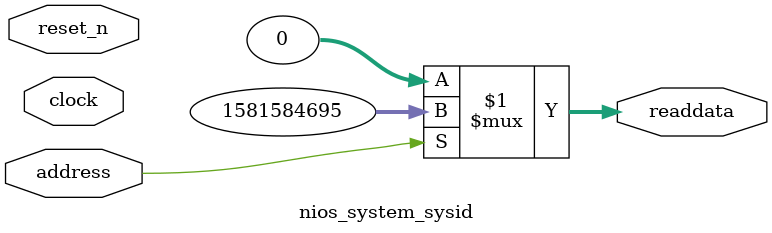
<source format=v>

`timescale 1ns / 1ps
// synthesis translate_on

// turn off superfluous verilog processor warnings 
// altera message_level Level1 
// altera message_off 10034 10035 10036 10037 10230 10240 10030 

module nios_system_sysid (
               // inputs:
                address,
                clock,
                reset_n,

               // outputs:
                readdata
             )
;

  output  [ 31: 0] readdata;
  input            address;
  input            clock;
  input            reset_n;

  wire    [ 31: 0] readdata;
  //control_slave, which is an e_avalon_slave
  assign readdata = address ? 1581584695 : 0;

endmodule




</source>
